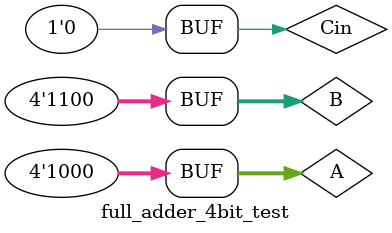
<source format=v>

module and_gate_test();
    reg A;
    reg B;
    
    wire O;
    and_gate uut(.A(A), .B(B), .O(O));
    
        initial begin
        A= 0; B= 0; #50;
        A= 1; B=0; #50;
        A= 0; B=1; #50;
        A= 1; B=1; #50;
        end
endmodule

module or_gate_test();
    reg A;
    reg B;
    
    wire O;
    or_gate uut(.A(A), .B(B), .O(O));
    
        initial begin
        A= 0; B= 0; #50;
        A= 1; B=0; #50;
        A= 0; B=1; #50;
        A= 1; B=1; #50;
        end
endmodule
module not_gate_test();
    reg A;
    
    wire O;
    not_gate uut(.A(A), .O(O));
    
        initial begin
        A= 0; #50;
        A= 1; #50;
       
        end
endmodule

module xor_gate_test();
    reg A;
    reg B;
    
    wire O;
    xor_gate uut(.A(A), .B(B), .O(O));
    
        initial begin
        A= 0; B= 0; #50;
        A= 1; B=0; #50;
        A= 0; B=1; #50;
        A= 1; B=1; #50;
        end
endmodule
module nand_gate_test();
    reg A;
    reg B;
    
    wire O;
    nand_gate uut(.A(A), .B(B), .O(O));
    
        initial begin
        A= 0; B= 0; #50;
        A= 1; B=0; #50;
        A= 0; B=1; #50;
        A= 1; B=1; #50;
        end
endmodule
module dec_test();
reg [2:0] in;

wire [7:0]out;
dec uut(.in(in), .out(out));

initial begin
in = 3'b000; #100;
in = 3'b001; #100;
in = 3'b010; #100;
in = 3'b011; #100;
in = 3'b100; # 100;
in = 3'b101; #100;
in = 3'b110; #100;
in = 3'b111; #100;
end
endmodule
module decoder3_to_8_test();
reg x;
    reg y;
    reg z;
    wire d0;
    wire d1;
    wire d2;
    wire d3;
    wire d4;
    wire d5;
    wire d6;
    wire d7;

decoder3_to_8 uut(.x(x), .y(y), .z(z), .d0(d0), .d1(d1), .d2(d2), .d3(d3), .d4(d4), .d5(d5), .d6(d6), .d7(d7));

initial begin
x = 0;y = 0;z = 0;
// Wait 100 ns for global reset to finish
#100;
// Add stimulus here
#100;x = 0;y = 0;z = 1;
#100;x = 0;y = 1;z = 0;
#100;x = 0;y = 1;z = 1;
#100;x = 1;y = 0;z = 0;
#100;x = 1;y = 0;z = 1;
#100;x = 1;y = 1;z = 0;
#100;x = 1;y = 1;z = 1;
end
endmodule

module half_adder_test();
reg  A;
reg  B;
wire Cout;
wire Out;

half_adder uut(.A(A), .B(B), .Cout(Cout), .Out(Out) );

initial begin
A= 0; B=0; #100;
A= 1; B=0; #100;
A= 0; B=1; #100;
A= 1; B=1; #100;
end
endmodule

module full_adder_1bit_test();
reg A;
reg B;
reg Cin;

wire Cout;
wire Out;

full_adder_1bit uut(.A(A), .B(B), .Cin(Cin), .Cout(Cout), .Out(Out));

initial begin
A=0; B=0; Cin=0; #100;
A=0; B=0; Cin=1; #100;
A=0; B=1; Cin=0; #100;
A=0; B=1; Cin=1; #100;
A=1; B=0; Cin=0; #100;
A=1; B=0; Cin=1; #100;
A=1; B=1; Cin=0; #100;
A=1; B=1; Cin=1; #100;

end
endmodule

module full_adder_4bit_test();
reg [3:0]A;
reg [3:0]B;
reg Cin;

wire Cout;
wire [3:0]Out;
full_adder_4bit uut(.A(A), .B(B), .Cin(Cin),  .Out(Out), .Cout(Cout));

initial begin
A = 4'b0000; B=  4'b0000; Cin=0; #100;
A = 4'b1000; B=  4'b0001; Cin=0; #100;
A = 4'b0010; B=  4'b0111; Cin=0; #100;
A = 4'b0100; B=  4'b0101; Cin=0; #100;
A = 4'b1011; B=  4'b1010; Cin=0; #100;
A = 4'b1110; B=  4'b0101; Cin=0; #100;
A = 4'b1111; B=  4'b1001; Cin=0; #100;
A = 4'b0110; B=  4'b0011; Cin=0; #100;
A = 4'b1000; B=  4'b1100; Cin=0; #100;

end

endmodule

</source>
